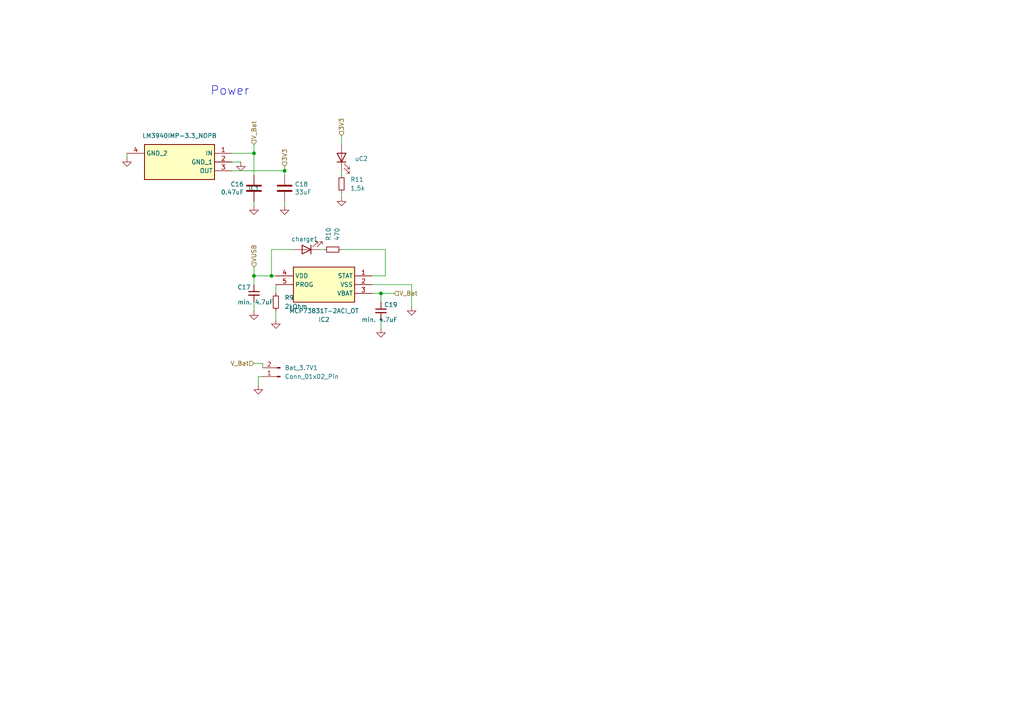
<source format=kicad_sch>
(kicad_sch (version 20231120) (generator "eeschema") (generator_version "8.0")
  (paper "A4")
  (lib_symbols
    (symbol "Connector:Conn_01x02_Pin" (pin_names (offset 1.016) hide)
      (property "Reference" "J" (at 0 2.54 0))
      (property "Value" "Conn_01x02_Pin" (at 0 -5.08 0))
      (symbol "Conn_01x02_Pin_1_1"
        (polyline (pts (xy 1.27 -2.54) (xy 0.8636 -2.54)) (stroke (width 0.1524)))
        (polyline (pts (xy 1.27 0) (xy 0.8636 0)) (stroke (width 0.1524)))
        (rectangle (start 0.8636 -2.413) (end 0 -2.667) (stroke (width 0.1524)) (fill (type outline)))
        (rectangle (start 0.8636 0.127) (end 0 -0.127) (stroke (width 0.1524)) (fill (type outline)))
        (pin passive line (at 5.08 0 180) (length 3.81) (name "Pin_1") (number "1"))
        (pin passive line (at 5.08 -2.54 180) (length 3.81) (name "Pin_2") (number "2"))
      )
    )
    (symbol "Device:C" (pin_numbers hide) (pin_names (offset 0.254))
      (property "Reference" "C" (at 0.635 2.54 0))
      (property "Value" "C" (at 0.635 -2.54 0))
      (symbol "C_0_1"
        (polyline (pts (xy -2.032 -0.762) (xy 2.032 -0.762)) (stroke (width 0.508)))
        (polyline (pts (xy -2.032 0.762) (xy 2.032 0.762)) (stroke (width 0.508)))
      )
      (symbol "C_1_1"
        (pin passive line (at 0 3.81 270) (length 2.794) (name "~") (number "1"))
        (pin passive line (at 0 -3.81 90) (length 2.794) (name "~") (number "2"))
      )
    )
    (symbol "Device:C_Small" (pin_numbers hide) (pin_names (offset 0.254) hide)
      (property "Reference" "C" (at 0.254 1.778 0))
      (property "Value" "C_Small" (at 0.254 -2.032 0))
      (symbol "C_Small_0_1"
        (polyline (pts (xy -1.524 -0.508) (xy 1.524 -0.508)) (stroke (width 0.3302)))
        (polyline (pts (xy -1.524 0.508) (xy 1.524 0.508)) (stroke (width 0.3048)))
      )
      (symbol "C_Small_1_1"
        (pin passive line (at 0 2.54 270) (length 2.032) (name "~") (number "1"))
        (pin passive line (at 0 -2.54 90) (length 2.032) (name "~") (number "2"))
      )
    )
    (symbol "Device:LED" (pin_numbers hide) (pin_names (offset 1.016) hide)
      (property "Reference" "D" (at 0 2.54 0))
      (property "Value" "LED" (at 0 -2.54 0))
      (symbol "LED_0_1"
        (polyline (pts (xy -1.27 -1.27) (xy -1.27 1.27)) (stroke (width 0.254)))
        (polyline (pts (xy -1.27 0) (xy 1.27 0)))
        (polyline (pts (xy 1.27 -1.27) (xy 1.27 1.27) (xy -1.27 0) (xy 1.27 -1.27)) (stroke (width 0.254)))
        (polyline (pts (xy -3.048 -0.762) (xy -4.572 -2.286) (xy -3.81 -2.286) (xy -4.572 -2.286) (xy -4.572 -1.524)))
        (polyline (pts (xy -1.778 -0.762) (xy -3.302 -2.286) (xy -2.54 -2.286) (xy -3.302 -2.286) (xy -3.302 -1.524)))
      )
      (symbol "LED_1_1"
        (pin passive line (at -3.81 0 0) (length 2.54) (name "K") (number "1"))
        (pin passive line (at 3.81 0 180) (length 2.54) (name "A") (number "2"))
      )
    )
    (symbol "Device:R_Small" (pin_numbers hide) (pin_names (offset 0.254) hide)
      (property "Reference" "R" (at 0.762 0.508 0))
      (property "Value" "R_Small" (at 0.762 -1.016 0))
      (symbol "R_Small_0_1"
        (rectangle (start -0.762 1.778) (end 0.762 -1.778) (stroke (width 0.2032)))
      )
      (symbol "R_Small_1_1"
        (pin passive line (at 0 2.54 270) (length 0.762) (name "~") (number "1"))
        (pin passive line (at 0 -2.54 90) (length 0.762) (name "~") (number "2"))
      )
    )
    (symbol "SamacSys_Parts:LM3940IMP-3.3_NOPB"
      (property "Reference" "IC" (at 26.67 7.62 0))
      (property "Value" "LM3940IMP-3.3_NOPB" (at 26.67 5.08 0))
      (symbol "LM3940IMP-3.3_NOPB_1_1"
        (rectangle (start 5.08 2.54) (end 25.4 -7.62) (stroke (width 0.254)) (fill (type background)))
        (pin passive line (at 0 0 0) (length 5.08) (name "IN") (number "1"))
        (pin passive line (at 0 -2.54 0) (length 5.08) (name "GND_1") (number "2"))
        (pin passive line (at 0 -5.08 0) (length 5.08) (name "OUT") (number "3"))
        (pin passive line (at 30.48 0 180) (length 5.08) (name "GND_2") (number "4"))
      )
    )
    (symbol "SamacSys_Parts:MCP73831T-2ACI_OT"
      (property "Reference" "IC" (at 24.13 7.62 0))
      (property "Value" "MCP73831T-2ACI_OT" (at 24.13 5.08 0))
      (symbol "MCP73831T-2ACI_OT_1_1"
        (rectangle (start 5.08 2.54) (end 22.86 -7.62) (stroke (width 0.254)) (fill (type background)))
        (pin passive line (at 0 0 0) (length 5.08) (name "STAT") (number "1"))
        (pin passive line (at 0 -2.54 0) (length 5.08) (name "VSS") (number "2"))
        (pin passive line (at 0 -5.08 0) (length 5.08) (name "VBAT") (number "3"))
        (pin passive line (at 27.94 0 180) (length 5.08) (name "VDD") (number "4"))
        (pin passive line (at 27.94 -2.54 180) (length 5.08) (name "PROG") (number "5"))
      )
    )
    (symbol "power:GND" (power) (pin_names (offset 0))
      (property "Value" "GND" (at 0 -3.81 0))
      (symbol "GND_0_1"
        (polyline (pts (xy 0 0) (xy 0 -1.27) (xy 1.27 -1.27) (xy 0 -2.54) (xy -1.27 -1.27) (xy 0 -1.27)))
      )
      (symbol "GND_1_1"
        (pin power_in line (at 0 0 270) (length 0) hide (name "GND") (number "1"))
      )
    )
  )
  (junction (at 73.66 80.01))
  (junction (at 78.74 80.01))
  (junction (at 110.49 85.09))
  (junction (at 82.55 49.53))
  (junction (at 73.66 44.45))
  (wire (pts (xy 80.01 92.71) (xy 80.01 90.17)))
  (wire (pts (xy 78.74 72.39) (xy 85.09 72.39)))
  (wire (pts (xy 110.49 87.63) (xy 110.49 85.09)))
  (wire (pts (xy 99.06 49.53) (xy 99.06 50.8)))
  (wire (pts (xy 92.71 72.39) (xy 93.98 72.39)))
  (wire (pts (xy 76.2 105.41) (xy 76.2 106.68)))
  (wire (pts (xy 119.38 88.9) (xy 119.38 82.55)))
  (wire (pts (xy 99.06 72.39) (xy 111.76 72.39)))
  (wire (pts (xy 114.3 85.09) (xy 110.49 85.09)))
  (wire (pts (xy 107.95 80.01) (xy 111.76 80.01)))
  (wire (pts (xy 36.83 45.72) (xy 36.83 44.45)))
  (wire (pts (xy 69.85 46.99) (xy 67.31 46.99)))
  (wire (pts (xy 80.01 85.09) (xy 80.01 82.55)))
  (wire (pts (xy 73.66 105.41) (xy 76.2 105.41)))
  (wire (pts (xy 73.66 80.01) (xy 73.66 82.55)))
  (wire (pts (xy 73.66 77.47) (xy 73.66 80.01)))
  (wire (pts (xy 78.74 72.39) (xy 78.74 80.01)))
  (wire (pts (xy 73.66 90.17) (xy 73.66 87.63)))
  (wire (pts (xy 73.66 58.42) (xy 73.66 59.69)))
  (wire (pts (xy 111.76 80.01) (xy 111.76 72.39)))
  (wire (pts (xy 99.06 39.37) (xy 99.06 41.91)))
  (wire (pts (xy 82.55 58.42) (xy 82.55 59.69)))
  (wire (pts (xy 82.55 50.8) (xy 82.55 49.53)))
  (wire (pts (xy 73.66 44.45) (xy 67.31 44.45)))
  (wire (pts (xy 73.66 41.91) (xy 73.66 44.45)))
  (wire (pts (xy 110.49 95.25) (xy 110.49 92.71)))
  (wire (pts (xy 74.93 109.22) (xy 74.93 111.76)))
  (wire (pts (xy 110.49 85.09) (xy 107.95 85.09)))
  (wire (pts (xy 73.66 80.01) (xy 78.74 80.01)))
  (wire (pts (xy 82.55 49.53) (xy 82.55 48.26)))
  (wire (pts (xy 119.38 82.55) (xy 107.95 82.55)))
  (wire (pts (xy 76.2 109.22) (xy 74.93 109.22)))
  (wire (pts (xy 73.66 50.8) (xy 73.66 44.45)))
  (wire (pts (xy 78.74 80.01) (xy 80.01 80.01)))
  (wire (pts (xy 67.31 49.53) (xy 82.55 49.53)))
  (wire (pts (xy 99.06 57.15) (xy 99.06 55.88)))
  (text "Power" (at 60.96 27.94 0) (effects (font (size 2.54 2.54)) (justify left bottom)))
  (hierarchical_label "VUSB" (shape input) (at 73.66 77.47 90))
  (hierarchical_label "V_Bat" (shape input) (at 73.66 41.91 90))
  (hierarchical_label "V_Bat" (shape input) (at 73.66 105.41 180))
  (hierarchical_label "V_Bat" (shape input) (at 114.3 85.09 0))
  (hierarchical_label "3V3" (shape input) (at 99.06 39.37 90))
  (hierarchical_label "3V3" (shape input) (at 82.55 48.26 90))
  (symbol (lib_id "power:GND") (at 69.85 46.99 0) (unit 1)
    (property "Reference" "#PWR025" (effects (hide yes)))
    (property "Value" "GND" (effects (hide yes)))
  )
  (symbol (lib_id "power:GND") (at 73.66 59.69 0) (mirror y) (unit 1)
    (property "Reference" "#PWR026" (effects (hide yes)))
    (property "Value" "GND" (effects (hide yes)))
  )
  (symbol (lib_id "power:GND") (at 80.01 92.71 0) (unit 1)
    (property "Reference" "#PWR029" (effects (hide yes)))
    (property "Value" "GND" (effects (hide yes)))
  )
  (symbol (lib_id "Connector:Conn_01x02_Pin") (at 81.28 109.22 180) (unit 1)
    (property "Reference" "Bat_3.7V1" (at 82.55 106.6799 0) (effects (justify right)))
    (property "Value" "Conn_01x02_Pin" (at 82.55 109.2199 0) (effects (justify right)))
    (property "Footprint" "Connector_PinSocket_2.54mm:PinSocket_1x02_P2.54mm_Vertical" (effects (hide yes)))
    (property "Description" "Generic connector, single row, 01x02, script generated" (effects (hide yes)))
  )
  (symbol (lib_id "Device:C") (at 73.66 54.61 0) (mirror y) (unit 1)
    (property "Reference" "C16" (at 70.739 53.4416 0) (effects (justify left)))
    (property "Value" "0.47uF" (at 70.739 55.753 0) (effects (justify left)))
    (property "Footprint" "Capacitor_SMD:C_0805_2012Metric" (effects (hide yes)))
  )
  (symbol (lib_id "SamacSys_Parts:LM3940IMP-3.3_NOPB") (at 67.31 44.45 0) (mirror y) (unit 1)
    (property "Reference" "IC1" (at 73.66 54.61 0))
    (property "Value" "LM3940IMP-3.3_NOPB" (at 52.07 39.37 0))
    (property "Footprint" "SamacSys_Parts:SOT230P700X180-4N" (effects (hide yes)))
    (property "Datasheet" "http://www.ti.com/lit/ds/symlink/lm3940.pdf" (effects (hide yes)))
    (property "Description" "LM3940IMP-3.3/NOPB, Low Dropout Voltage Regulator, 1A, 3.3 V, 4.5  7.5 Vin, 4-Pin SOT-223" (effects (hide yes)))
    (property "Height" "1.8" (effects (hide yes)))
    (property "Mouser Part Number" "926-LM3940IMP3.3NOPB" (effects (hide yes)))
    (property "Mouser Price/Stock" "https://www.mouser.co.uk/ProductDetail/Texas-Instruments/LM3940IMP-3.3-NOPB?qs=QbsRYf82W3EIVCEt3IRFTQ%3D%3D" (effects (hide yes)))
    (property "Manufacturer_Name" "Texas Instruments" (effects (hide yes)))
    (property "Manufacturer_Part_Number" "LM3940IMP-3.3/NOPB" (effects (hide yes)))
  )
  (symbol (lib_id "power:GND") (at 119.38 88.9 0) (unit 1)
    (property "Reference" "#PWR033" (effects (hide yes)))
    (property "Value" "GND" (effects (hide yes)))
  )
  (symbol (lib_id "Device:R_Small") (at 99.06 53.34 180) (unit 1)
    (property "Reference" "R11" (at 101.6 52.0699 0) (effects (justify right)))
    (property "Value" "1,5k" (at 101.6 54.6099 0) (effects (justify right)))
    (property "Footprint" "Resistor_SMD:R_0603_1608Metric_Pad0.98x0.95mm_HandSolder" (effects (hide yes)))
    (property "Description" "Resistor, small symbol" (effects (hide yes)))
  )
  (symbol (lib_id "SamacSys_Parts:MCP73831T-2ACI_OT") (at 107.95 80.01 0) (mirror y) (unit 1)
    (property "Reference" "IC2" (at 93.98 92.71 0))
    (property "Value" "MCP73831T-2ACI_OT" (at 93.98 90.17 0))
    (property "Footprint" "SamacSys_Parts:SOT95P270X145-5N" (effects (hide yes)))
    (property "Datasheet" "http://ww1.microchip.com/downloads/en/DeviceDoc/20001984g.pdf" (effects (hide yes)))
    (property "Description" "Li-Ion Charge Controller 4.2V SOT23-5" (effects (hide yes)))
    (property "Height" "1.45" (effects (hide yes)))
    (property "Mouser Part Number" "579-MCP73831T-2ACIOT" (effects (hide yes)))
    (property "Mouser Price/Stock" "https://www.mouser.co.uk/ProductDetail/Microchip-Technology/MCP73831T-2ACI-OT?qs=yUQqVecv4qvbBQBGbHx0Mw%3D%3D" (effects (hide yes)))
    (property "Manufacturer_Name" "Microchip" (effects (hide yes)))
    (property "Manufacturer_Part_Number" "MCP73831T-2ACI/OT" (effects (hide yes)))
  )
  (symbol (lib_id "power:GND") (at 74.93 111.76 0) (unit 1)
    (property "Reference" "#PWR028" (effects (hide yes)))
    (property "Value" "GND" (effects (hide yes)))
  )
  (symbol (lib_id "Device:LED") (at 99.06 45.72 90) (unit 1)
    (property "Reference" "uC2" (at 102.87 46.0374 90) (effects (justify right)))
    (property "Value" "APTD2012LCGCK" (effects (hide yes)))
    (property "Footprint" "SamacSys_Parts:LEDC2012X120N" (effects (hide yes)))
    (property "Description" "Light emitting diode" (effects (hide yes)))
    (property "Height" "1.2" (effects (hide yes)))
    (property "Mouser Part Number" "604-APTD2012LCGCK" (effects (hide yes)))
    (property "Mouser Price/Stock" "https://www.mouser.co.uk/ProductDetail/Kingbright/APTD2012LCGCK?qs=AQlKX63v8RvNHN%2F9EGvNTg%3D%3D" (effects (hide yes)))
    (property "Manufacturer_Name" "Kingbright" (effects (hide yes)))
    (property "Manufacturer_Part_Number" "APTD2012LCGCK" (effects (hide yes)))
  )
  (symbol (lib_id "Device:C_Small") (at 73.66 85.09 0) (unit 1)
    (property "Reference" "C17" (at 68.834 83.312 0) (effects (justify left)))
    (property "Value" "min. 4.7uF" (at 68.834 87.63 0) (effects (justify left)))
    (property "Footprint" "Capacitor_SMD:C_0805_2012Metric" (effects (hide yes)))
    (property "Description" "Unpolarized capacitor, small symbol" (effects (hide yes)))
  )
  (symbol (lib_id "Device:C_Small") (at 110.49 90.17 0) (mirror y) (unit 1)
    (property "Reference" "C19" (at 115.316 88.392 0) (effects (justify left)))
    (property "Value" "min. 4.7uF" (at 115.316 92.71 0) (effects (justify left)))
    (property "Footprint" "Capacitor_SMD:C_0805_2012Metric" (effects (hide yes)))
    (property "Description" "Unpolarized capacitor, small symbol" (effects (hide yes)))
  )
  (symbol (lib_id "power:GND") (at 36.83 45.72 0) (unit 1)
    (property "Reference" "#PWR024" (effects (hide yes)))
    (property "Value" "GND" (effects (hide yes)))
  )
  (symbol (lib_id "Device:C") (at 82.55 54.61 0) (unit 1)
    (property "Reference" "C18" (at 85.471 53.4416 0) (effects (justify left)))
    (property "Value" "33uF" (at 85.471 55.753 0) (effects (justify left)))
    (property "Footprint" "Capacitor_SMD:C_0805_2012Metric" (effects (hide yes)))
  )
  (symbol (lib_id "power:GND") (at 73.66 90.17 0) (unit 1)
    (property "Reference" "#PWR027" (effects (hide yes)))
    (property "Value" "GND" (effects (hide yes)))
  )
  (symbol (lib_id "power:GND") (at 99.06 57.15 0) (unit 1)
    (property "Reference" "#PWR031" (effects (hide yes)))
    (property "Value" "GND" (effects (hide yes)))
  )
  (symbol (lib_id "Device:R_Small") (at 80.01 87.63 180) (unit 1)
    (property "Reference" "R9" (at 82.55 86.3599 0) (effects (justify right)))
    (property "Value" "2kOhm" (at 82.55 88.8999 0) (effects (justify right)))
    (property "Footprint" "Resistor_SMD:R_0603_1608Metric_Pad0.98x0.95mm_HandSolder" (effects (hide yes)))
    (property "Description" "Resistor, small symbol" (effects (hide yes)))
  )
  (symbol (lib_id "Device:LED") (at 88.9 72.39 180) (unit 1)
    (property "Reference" "charge1" (at 88.392 69.342 0))
    (property "Value" "APTD2012LCGCK" (effects (hide yes)))
    (property "Footprint" "SamacSys_Parts:LEDC2012X120N" (effects (hide yes)))
    (property "Description" "Light emitting diode" (effects (hide yes)))
    (property "Height" "1.2" (effects (hide yes)))
    (property "Mouser Part Number" "604-APTD2012LCGCK" (effects (hide yes)))
    (property "Mouser Price/Stock" "https://www.mouser.co.uk/ProductDetail/Kingbright/APTD2012LCGCK?qs=AQlKX63v8RvNHN%2F9EGvNTg%3D%3D" (effects (hide yes)))
    (property "Manufacturer_Name" "Kingbright" (effects (hide yes)))
    (property "Manufacturer_Part_Number" "APTD2012LCGCK" (effects (hide yes)))
  )
  (symbol (lib_id "power:GND") (at 110.49 95.25 0) (mirror y) (unit 1)
    (property "Reference" "#PWR032" (effects (hide yes)))
    (property "Value" "GND" (effects (hide yes)))
  )
  (symbol (lib_id "power:GND") (at 82.55 59.69 0) (unit 1)
    (property "Reference" "#PWR030" (effects (hide yes)))
    (property "Value" "GND" (effects (hide yes)))
  )
  (symbol (lib_id "Device:R_Small") (at 96.52 72.39 270) (unit 1)
    (property "Reference" "R10" (at 95.2499 69.85 0) (effects (justify right)))
    (property "Value" "470" (at 97.7899 69.85 0) (effects (justify right)))
    (property "Footprint" "Resistor_SMD:R_0603_1608Metric_Pad0.98x0.95mm_HandSolder" (effects (hide yes)))
    (property "Description" "Resistor, small symbol" (effects (hide yes)))
  )
)
</source>
